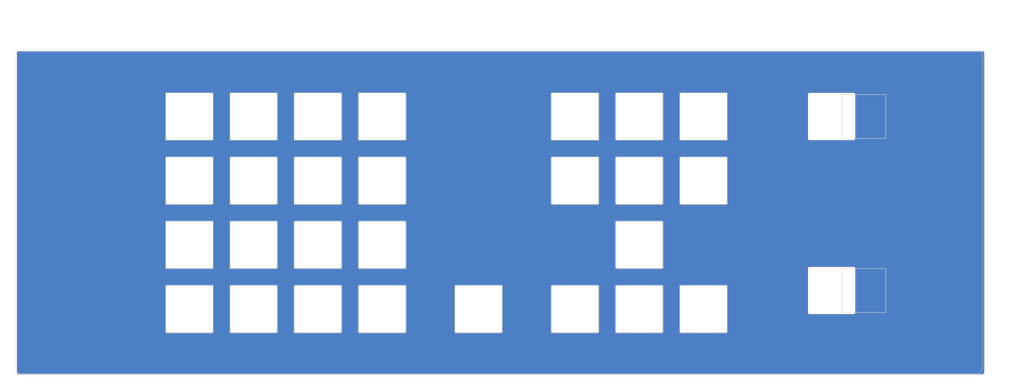
<source format=kicad_pcb>
(kicad_pcb (version 20211014) (generator pcbnew)
  (layers (0 "F.Cu" signal) (31 "B.Cu" signal) (34 "B.Paste" user) (35 "F.Paste" user) (36 "B.SilkS" user "B.Silkscreen") (37 "F.SilkS" user "F.Silkscreen") (38 "B.Mask" user) (39 "F.Mask" user) (44 "Edge.Cuts" user))
  (net 0 "")
  (gr_rect (start 221.6 66.5) (end 235.6 80.5) (layer "Edge.Cuts") (width 0.15) (fill none))
  (gr_line (start 330.1 128.9) (end 330.1 36.7) (layer "Edge.Cuts") (width 0.1))
  (gr_rect (start 288.5 48) (end 301.5 61) (layer "Edge.Cuts") (width 0.15) (fill none))
  (gr_line (start 44.1 36.7) (end 44.1 128.7) (layer "Edge.Cuts") (width 0.1))
  (gr_line (start 328.1 34.7) (end 46.1 34.7) (layer "Edge.Cuts") (width 0.1))
  (gr_rect (start 221.6 47.5) (end 235.6 61.5) (layer "Edge.Cuts") (width 0.15) (fill none))
  (gr_rect (start 202.6 66.5) (end 216.6 80.5) (layer "Edge.Cuts") (width 0.15) (fill none))
  (gr_rect (start 145.6 66.5) (end 159.6 80.5) (layer "Edge.Cuts") (width 0.15) (fill none))
  (gr_rect (start 88.6 104.5) (end 102.6 118.5) (layer "Edge.Cuts") (width 0.15) (fill none))
  (gr_rect (start 107.6 66.5) (end 121.6 80.5) (layer "Edge.Cuts") (width 0.15) (fill none))
  (gr_line (start 46.1 130.7) (end 328.1 130.7) (layer "Edge.Cuts") (width 0.1))
  (gr_rect (start 88.6 66.5) (end 102.6 80.5) (layer "Edge.Cuts") (width 0.15) (fill none))
  (gr_rect (start 240.6 104.5) (end 254.6 118.5) (layer "Edge.Cuts") (width 0.15) (fill none))
  (gr_rect (start 145.6 85.5) (end 159.6 99.5) (layer "Edge.Cuts") (width 0.15) (fill none))
  (gr_arc (start 44.1 36.7) (mid 44.685786 35.285786) (end 46.1 34.7) (layer "Edge.Cuts") (width 0.1))
  (gr_arc (start 328.1 34.7) (mid 329.514214 35.285786) (end 330.1 36.7) (layer "Edge.Cuts") (width 0.1))
  (gr_rect (start 145.6 104.5) (end 159.6 118.5) (layer "Edge.Cuts") (width 0.15) (fill none))
  (gr_rect (start 126.6 47.5) (end 140.6 61.5) (layer "Edge.Cuts") (width 0.15) (fill none))
  (gr_rect (start 88.6 85.5) (end 102.6 99.5) (layer "Edge.Cuts") (width 0.15) (fill none))
  (gr_rect (start 126.6 104.5) (end 140.6 118.5) (layer "Edge.Cuts") (width 0.15) (fill none))
  (gr_rect (start 221.6 104.5) (end 235.6 118.5) (layer "Edge.Cuts") (width 0.15) (fill none))
  (gr_rect (start 240.6 66.5) (end 254.6 80.5) (layer "Edge.Cuts") (width 0.15) (fill none))
  (gr_rect (start 174.1 104.5) (end 188.1 118.5) (layer "Edge.Cuts") (width 0.15) (fill none))
  (gr_rect (start 145.6 47.5) (end 159.6 61.5) (layer "Edge.Cuts") (width 0.15) (fill none))
  (gr_arc (start 46.1 130.7) (mid 44.685786 130.114214) (end 44.1 128.7) (layer "Edge.Cuts") (width 0.1))
  (gr_rect (start 107.6 104.5) (end 121.6 118.5) (layer "Edge.Cuts") (width 0.15) (fill none))
  (gr_rect (start 107.6 47.5) (end 121.6 61.5) (layer "Edge.Cuts") (width 0.15) (fill none))
  (gr_rect (start 202.6 104.5) (end 216.6 118.5) (layer "Edge.Cuts") (width 0.15) (fill none))
  (gr_rect (start 240.6 47.5) (end 254.6 61.5) (layer "Edge.Cuts") (width 0.15) (fill none))
  (gr_rect (start 88.6 47.5) (end 102.6 61.5) (layer "Edge.Cuts") (width 0.15) (fill none))
  (gr_arc (start 330.1 128.7) (mid 329.514214 130.114214) (end 328.1 130.7) (layer "Edge.Cuts") (width 0.1))
  (gr_rect (start 221.6 85.5) (end 235.6 99.5) (layer "Edge.Cuts") (width 0.15) (fill none))
  (gr_rect (start 202.6 47.5) (end 216.6 61.5) (layer "Edge.Cuts") (width 0.15) (fill none))
  (gr_rect (start 126.6 85.5) (end 140.6 99.5) (layer "Edge.Cuts") (width 0.15) (fill none))
  (gr_rect (start 288.5 99.5) (end 301.5 112.5) (layer "Edge.Cuts") (width 0.15) (fill none))
  (gr_rect (start 126.6 66.5) (end 140.6 80.5) (layer "Edge.Cuts") (width 0.15) (fill none))
  (gr_rect (start 107.6 85.5) (end 121.6 99.5) (layer "Edge.Cuts") (width 0.15) (fill none))
  (zone (net 0) (net_name "") (layers F&B.Cu) (connect_pads yes (clearance 0.508)) (min_thickness 0.254) (fill yes (thermal_gap 0.508) (thermal_bridge_width 0.508) (island_removal_mode 1) (island_area_min 0))
    (polygon (pts (xy 334.6 30.2) (xy 334.6 135.2) (xy 39.6 135.2) (xy 39.6 30.2)))
  )
)
</source>
